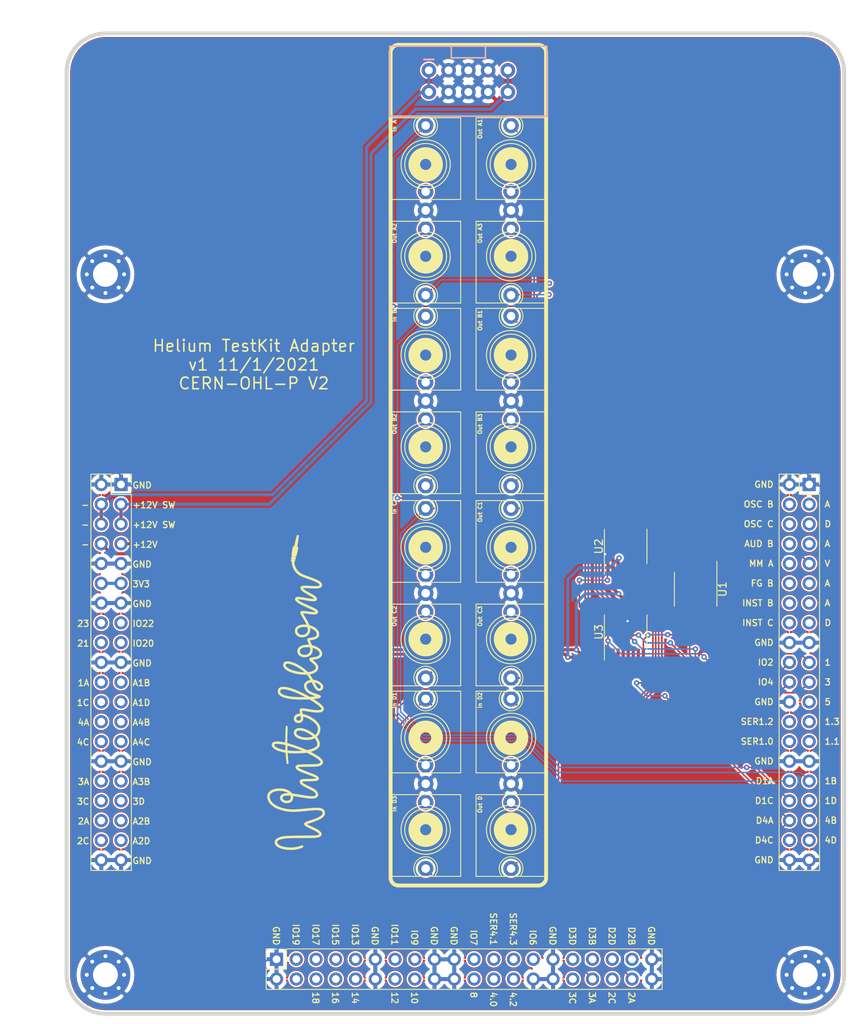
<source format=kicad_pcb>
(kicad_pcb (version 20221018) (generator pcbnew)
  (title_block (title "Helium") (date "2021-10-05") (rev "v2") (company "Winterbloom") (comment 1 "Alethea Flowers") (comment 2 "CERN-OHL-P V2") (comment 3 "helium.wntr.dev"))
  (layers (0 "F.Cu" signal) (31 "B.Cu" signal) (34 "B.Paste" user) (35 "F.Paste" user) (36 "B.SilkS" user "B.Silkscreen") (37 "F.SilkS" user "F.Silkscreen") (38 "B.Mask" user) (39 "F.Mask" user) (44 "Edge.Cuts" user))
  (net 0 "")
  (net 1 "+12V")
  (net 2 "-12V")
  (net 3 "+3V3")
  (net 4 "GND")
  (net 5 "SERIAL1.3")
  (net 6 "SERIAL1.2")
  (net 7 "SERIAL1.1")
  (net 8 "SERIAL1.0")
  (net 9 "+12VDOWNSTREAM")
  (net 10 "-12VDOWNSTREAM")
  (net 11 "/DAC_4D")
  (net 12 "/DAC_2D")
  (net 13 "/DAC_4C")
  (net 14 "/DAC_2C")
  (net 15 "/DAC_4B")
  (net 16 "/DAC_2B")
  (net 17 "/DAC_4A")
  (net 18 "/DAC_2A")
  (net 19 "/DAC_3D")
  (net 20 "/DAC_1D")
  (net 21 "/DAC_3C")
  (net 22 "/DAC_1C")
  (net 23 "/DAC_3B")
  (net 24 "/DAC_1B")
  (net 25 "/DAC_3A")
  (net 26 "/DAC_1A")
  (net 27 "SERIAL4.3")
  (net 28 "SERIAL4.2")
  (net 29 "SERIAL4.1")
  (net 30 "SERIAL4.0")
  (net 31 "/EXT_FG_B")
  (net 32 "/EXT_FG_A")
  (net 33 "/EXT_MM_A")
  (net 34 "/EXT_MM_V")
  (net 35 "/EXT_AUDIO_B")
  (net 36 "/EXT_AUDIO_A")
  (net 37 "/EXT_OSC_C")
  (net 38 "/EXT_OSC_D")
  (net 39 "/EXT_OSC_B")
  (net 40 "/EXT_OSC_A")
  (net 41 "/IO5")
  (net 42 "/IO4")
  (net 43 "/IO3")
  (net 44 "/IO2")
  (net 45 "/IO1")
  (net 46 "/ADC_1D")
  (net 47 "/ADC_1C")
  (net 48 "/ADC_1B")
  (net 49 "/ADC_1A")
  (net 50 "/ADC_4A")
  (net 51 "/ADC_4B")
  (net 52 "/ADC_4C")
  (net 53 "/ADC_4D")
  (net 54 "/ADC_2A")
  (net 55 "/ADC_2B")
  (net 56 "/ADC_2C")
  (net 57 "/ADC_2D")
  (net 58 "/ADC_3D")
  (net 59 "/ADC_3C")
  (net 60 "/ADC_3B")
  (net 61 "/ADC_3A")
  (net 62 "/IO6")
  (net 63 "/IO7")
  (net 64 "/IO8")
  (net 65 "/IO9")
  (net 66 "/IO10")
  (net 67 "/IO11")
  (net 68 "/IO12")
  (net 69 "/IO13")
  (net 70 "/IO14")
  (net 71 "/IO15")
  (net 72 "/IO16")
  (net 73 "/IO17")
  (net 74 "/IO18")
  (net 75 "/IO19")
  (net 76 "/IO20")
  (net 77 "/IO21")
  (net 78 "/IO22")
  (net 79 "/IO23")
  (net 80 "/EXT_INST_C")
  (net 81 "/EXT_INST_D")
  (net 82 "/EXT_INST_B")
  (net 83 "/EXT_INST_A")
  (net 84 "Net-(J3-PadTN)")
  (net 85 "Net-(J4-PadTN)")
  (net 86 "Net-(J5-PadTN)")
  (net 87 "Net-(J8-PadTN)")
  (net 88 "Net-(J9-PadTN)")
  (net 89 "Net-(J10-PadTN)")
  (net 90 "Net-(J12-PadTN)")
  (net 91 "Net-(J13-PadTN)")
  (net 92 "Net-(J14-PadTN)")
  (net 93 "Net-(J15-PadTN)")
  (net 94 "Net-(J17-PadTN)")
  (net 95 "Net-(BB2-Pad4)")
  (net 96 "Net-(J2-PadTN)")
  (net 97 "Net-(J7-PadTN)")
  (net 98 "Net-(J18-PadTN)")
  (net 99 "Net-(J19-PadTN)")
  (net 100 "Net-(J20-PadTN)")
  (net 101 "/OutA1")
  (net 102 "/OutA2")
  (net 103 "/OutA3")
  (net 104 "/OutB1")
  (net 105 "/OutB2")
  (net 106 "/OutB3")
  (net 107 "/OutC1")
  (net 108 "/OutC2")
  (net 109 "/OutC3")
  (net 110 "/OutD")
  (net 111 "Net-(U1-Pad10)")
  (net 112 "Net-(U1-Pad4)")
  (footprint "Connector_PinSocket_2.54mm:PinSocket_2x20_P2.54mm_Vertical" (layer "F.Cu") (at 82 81)
    (fp_text reference "BB1" hide)
    (fp_text value "Left" hide)
  )
  (footprint "Connector_PinSocket_2.54mm:PinSocket_2x20_P2.54mm_Vertical" (layer "F.Cu") (at 170.5 81)
    (fp_text reference "BB3" hide)
    (fp_text value "Right" hide)
  )
  (footprint "Connector_PinSocket_2.54mm:PinSocket_2x20_P2.54mm_Vertical" (layer "F.Cu") (at 102 142 90)
    (fp_text reference "BB2" hide)
    (fp_text value "Bottom" hide)
  )
  (footprint "winterbloom:WQP-WQP518MA-skinny" (layer "F.Cu") (at 132.16 39.88)
    (fp_text reference "J3" hide)
    (fp_text value "Out A1")
  )
  (footprint "winterbloom:WQP-WQP518MA-skinny" (layer "F.Cu") (at 121.18 51.68 180)
    (fp_text reference "J4" hide)
    (fp_text value "Out A2")
  )
  (footprint "winterbloom:WQP-WQP518MA-skinny" (layer "F.Cu") (at 132.16 51.68 180)
    (fp_text reference "J5" hide)
    (fp_text value "Out A3")
  )
  (footprint "winterbloom:WQP-WQP518MA-skinny" (layer "F.Cu") (at 121.18 64.37)
    (fp_text reference "J7" hide)
    (fp_text value "In B")
  )
  (footprint "winterbloom:WQP-WQP518MA-skinny" (layer "F.Cu") (at 121.18 76.17 180)
    (fp_text reference "J9" hide)
    (fp_text value "Out B2")
  )
  (footprint "winterbloom:WQP-WQP518MA-skinny" (layer "F.Cu") (at 132.16 76.17 180)
    (fp_text reference "J10" hide)
    (fp_text value "Out B3")
  )
  (footprint "winterbloom:WQP-WQP518MA-skinny" (layer "F.Cu") (at 121.18 39.88)
    (fp_text reference "J2" hide)
    (fp_text value "In A")
  )
  (footprint "winterbloom:WQP-WQP518MA-skinny" (layer "F.Cu") (at 132.16 64.37)
    (fp_text reference "J8" hide)
    (fp_text value "Out B1")
  )
  (footprint "winterbloom:WQP-WQP518MA-skinny" (layer "F.Cu") (at 121.18 89.07)
    (fp_text reference "J12" hide)
    (fp_text value "In C")
  )
  (footprint "winterbloom:WQP-WQP518MA-skinny" (layer "F.Cu") (at 132.16 89.07)
    (fp_text reference "J13" hide)
    (fp_text value "Out C1")
  )
  (footprint "winterbloom:WQP-WQP518MA-skinny" (layer "F.Cu") (at 132.16 100.87 180)
    (fp_text reference "J15" hide)
    (fp_text value "Out C3")
  )
  (footprint "winterbloom:WQP-WQP518MA-skinny" (layer "F.Cu") (at 121.18 100.87 180)
    (fp_text reference "J14" hide)
    (fp_text value "Out C2")
  )
  (footprint "winterbloom:WQP-WQP518MA-skinny" (layer "F.Cu") (at 132.16 125.35 180)
    (fp_text reference "J17" hide)
    (fp_text value "Out D")
  )
  (footprint "winterbloom:WQP-WQP518MA-skinny" (layer "F.Cu") (at 121.18 113.55)
    (fp_text reference "J18" hide)
    (fp_text value "In D1")
  )
  (footprint "winterbloom:WQP-WQP518MA-skinny" (layer "F.Cu") (at 132.16 113.55)
    (fp_text reference "J19" hide)
    (fp_text value "In D2")
  )
  (footprint "winterbloom:WQP-WQP518MA-skinny" (layer "F.Cu") (at 121.18 125.35 180)
    (fp_text reference "J20" hide)
    (fp_text value "In D3")
  )
  (footprint "Package_SO:TSSOP-16_4.4x5mm_P0.65mm" (layer "F.Cu") (at 155.9 94.45 -90)
    (fp_text reference "U1")
    (fp_text value "MUX508")
  )
  (footprint "Package_SO:TSSOP-16_4.4x5mm_P0.65mm" (layer "F.Cu") (at 146.9 88.95 90)
    (fp_text reference "U2")
    (fp_text value "MUX508")
  )
  (footprint "Package_SO:TSSOP-16_4.4x5mm_P0.65mm" (layer "F.Cu") (at 146.9 99.95 90)
    (fp_text reference "U3")
    (fp_text value "MUX508")
  )
  (footprint "MountingHole:MountingHole_3.2mm_M3_Pad_Via" (layer "F.Cu") (at 80 54)
    (fp_text reference "H1" hide)
    (fp_text value "M3" hide)
  )
  (footprint "MountingHole:MountingHole_3.2mm_M3_Pad_Via" (layer "F.Cu") (at 80 144)
    (fp_text reference "H2" hide)
    (fp_text value "M3" hide)
  )
  (footprint "MountingHole:MountingHole_3.2mm_M3_Pad_Via" (layer "F.Cu") (at 170 54)
    (fp_text reference "H3" hide)
    (fp_text value "M3" hide)
  )
  (footprint "MountingHole:MountingHole_3.2mm_M3_Pad_Via" (layer "F.Cu") (at 170 144)
    (fp_text reference "H4" hide)
    (fp_text value "M3" hide)
  )
  (footprint "winterbloom:Extra_Long_Wiggly_Boi_40mm" (layer "F.Cu") (at 104.52 107.72 90)
    (fp_text reference "G***" hide)
    (fp_text value "LOGO" hide)
  )
  (footprint "winterbloom:Eurorack_Power" (layer "B.Cu") (at 126.67 29.17)
    (fp_text reference "J1" hide)
    (fp_text value "Power" hide)
  )
  (gr_line (start 116.67 131.52) (end 116.67 25.52) (stroke (width 0.5)) (layer "F.SilkS"))
  (gr_line (start 135.67 132.52) (end 117.67 132.52) (stroke (width 0.5)) (layer "F.SilkS"))
  (gr_line (start 117.67 24.52) (end 135.67 24.52) (stroke (width 0.5)) (layer "F.SilkS"))
  (gr_line (start 136.67 25.52) (end 136.67 131.52) (stroke (width 0.5)) (layer "F.SilkS"))
  (gr_arc (start 116.67 25.52) (mid 116.962893 24.812893) (end 117.67 24.52) (stroke (width 0.5)) (layer "F.SilkS"))
  (gr_arc (start 135.67 24.52) (mid 136.377107 24.812893) (end 136.67 25.52) (stroke (width 0.5)) (layer "F.SilkS"))
  (gr_arc (start 136.67 131.52) (mid 136.377107 132.227107) (end 135.67 132.52) (stroke (width 0.5)) (layer "F.SilkS"))
  (gr_arc (start 117.67 132.52) (mid 116.962893 132.227107) (end 116.67 131.52) (stroke (width 0.5)) (layer "F.SilkS"))
  (gr_line (start 75 144) (end 75 28.05) (stroke (width 0.5)) (layer "Edge.Cuts"))
  (gr_line (start 80 23.05) (end 170 23.05) (stroke (width 0.5)) (layer "Edge.Cuts"))
  (gr_arc (start 170 23.05) (mid 173.535534 24.514466) (end 175 28.05) (stroke (width 0.5)) (layer "Edge.Cuts"))
  (gr_line (start 170 149) (end 80 149) (stroke (width 0.5)) (layer "Edge.Cuts"))
  (gr_arc (start 175 144) (mid 173.535534 147.535534) (end 170 149) (stroke (width 0.5)) (layer "Edge.Cuts"))
  (gr_arc (start 80 149) (mid 76.464466 147.535534) (end 75 144) (stroke (width 0.5)) (layer "Edge.Cuts"))
  (gr_arc (start 75 28.05) (mid 76.464466 24.514466) (end 80 23.05) (stroke (width 0.5)) (layer "Edge.Cuts"))
  (gr_line (start 175 28.05) (end 175 144) (stroke (width 0.5)) (layer "Edge.Cuts"))
  (gr_text "GND" (at 166 81) (layer "F.SilkS") (effects (font (size 0.8 0.8)) (justify right)))
  (gr_text "OSC B" (at 166 83.539473) (layer "F.SilkS") (effects (font (size 0.8 0.8)) (justify right)))
  (gr_text "A" (at 172.4 83.539473) (layer "F.SilkS") (effects (font (size 0.8 0.8)) (justify left)))
  (gr_text "OSC C" (at 166 86.078946) (layer "F.SilkS") (effects (font (size 0.8 0.8)) (justify right)))
  (gr_text "D" (at 172.4 86.078946) (layer "F.SilkS") (effects (font (size 0.8 0.8)) (justify left)))
  (gr_text "AUD B" (at 166 88.618419) (layer "F.SilkS") (effects (font (size 0.8 0.8)) (justify right)))
  (gr_text "A" (at 172.4 88.618419) (layer "F.SilkS") (effects (font (size 0.8 0.8)) (justify left)))
  (gr_text "MM A" (at 166 91.157892) (layer "F.SilkS") (effects (font (size 0.8 0.8)) (justify right)))
  (gr_text "V" (at 172.4 91.157892) (layer "F.SilkS") (effects (font (size 0.8 0.8)) (justify left)))
  (gr_text "FG B" (at 166 93.697365) (layer "F.SilkS") (effects (font (size 0.8 0.8)) (justify right)))
  (gr_text "INST B" (at 166 96.236838) (layer "F.SilkS") (effects (font (size 0.8 0.8)) (justify right)))
  (gr_text "INST C" (at 166 98.776311) (layer "F.SilkS") (effects (font (size 0.8 0.8)) (justify right)))
  (gr_text "GND" (at 166 101.315784) (layer "F.SilkS") (effects (font (size 0.8 0.8)) (justify right)))
  (gr_text "IO2" (at 166 103.855257) (layer "F.SilkS") (effects (font (size 0.8 0.8)) (justify right)))
  (gr_text "IO4" (at 166 106.39473) (layer "F.SilkS") (effects (font (size 0.8 0.8)) (justify right)))
  (gr_text "GND" (at 166 108.934203) (layer "F.SilkS") (effects (font (size 0.8 0.8)) (justify right)))
  (gr_text "SER1.2" (at 166 111.473676) (layer "F.SilkS") (effects (font (size 0.8 0.8)) (justify right)))
  (gr_text "SER1.0" (at 166 114.013149) (layer "F.SilkS") (effects (font (size 0.8 0.8)) (justify right)))
  (gr_text "GND" (at 166 116.552622) (layer "F.SilkS") (effects (font (size 0.8 0.8)) (justify right)))
  (gr_text "D1A" (at 166 119.092095) (layer "F.SilkS") (effects (font (size 0.8 0.8)) (justify right)))
  (gr_text "D1C" (at 166 121.631568) (layer "F.SilkS") (effects (font (size 0.8 0.8)) (justify right)))
  (gr_text "D4A" (at 166 124.171041) (layer "F.SilkS") (effects (font (size 0.8 0.8)) (justify right)))
  (gr_text "D4C" (at 166 126.710514) (layer "F.SilkS") (effects (font (size 0.8 0.8)) (justify right)))
  (gr_text "A" (at 172.4 93.697365) (layer "F.SilkS") (effects (font (size 0.8 0.8)) (justify left)))
  (gr_text "A" (at 172.4 96.236838) (layer "F.SilkS") (effects (font (size 0.8 0.8)) (justify left)))
  (gr_text "D" (at 172.4 98.776311) (layer "F.SilkS") (effects (font (size 0.8 0.8)) (justify left)))
  (gr_text "1" (at 172.4 103.855257) (layer "F.SilkS") (effects (font (size 0.8 0.8)) (justify left)))
  (gr_text "3" (at 172.4 106.39473) (layer "F.SilkS") (effects (font (size 0.8 0.8)) (justify left)))
  (gr_text "5" (at 172.4 108.934203) (layer "F.SilkS") (effects (font (size 0.8 0.8)) (justify left)))
  (gr_text "1.3" (at 172.4 111.473676) (layer "F.SilkS") (effects (font (size 0.8 0.8)) (justify left)))
  (gr_text "1.1" (at 172.4 114.013149) (layer "F.SilkS") (effects (font (size 0.8 0.8)) (justify left)))
  (gr_text "1B" (at 172.4 119.092095) (layer "F.SilkS") (effects (font (size 0.8 0.8)) (justify left)))
  (gr_text "1D" (at 172.4 121.631568) (layer "F.SilkS") (effects (font (size 0.8 0.8)) (justify left)))
  (gr_text "4B" (at 172.4 124.171041) (layer "F.SilkS") (effects (font (size 0.8 0.8)) (justify left)))
  (gr_text "4D" (at 172.4 126.710514) (layer "F.SilkS") (effects (font (size 0.8 0.8)) (justify left)))
  (gr_text "GND" (at 166 129.25) (layer "F.SilkS") (effects (font (size 0.8 0.8)) (justify right)))
  (gr_text "D3D" (at 140.042108 140.3 -90) (layer "F.SilkS") (effects (font (size 0.8 0.8)) (justify right)))
  (gr_text "D2B" (at 147.660527 140.3 -90) (layer "F.SilkS") (effects (font (size 0.8 0.8)) (justify right)))
  (gr_text "GND" (at 150.2 140.3 270) (layer "F.SilkS") (effects (font (size 0.8 0.8)) (justify right)))
  (gr_text "D3B" (at 142.581581 140.3 -90) (layer "F.SilkS") (effects (font (size 0.8 0.8)) (justify right)))
  (gr_text "D2D" (at 145.121054 140.3 -90) (layer "F.SilkS") (effects (font (size 0.8 0.8)) (justify right)))
  (gr_text "GND" (at 124.80527 140.3 -90) (layer "F.SilkS") (effects (font (size 0.8 0.8)) (justify right)))
  (gr_text "GND" (at 122.265797 140.3 270) (layer "F.SilkS") (effects (font (size 0.8 0.8)) (justify right)))
  (gr_text "GND" (at 137.502635 140.3 -90) (layer "F.SilkS") (effects (font (size 0.8 0.8)) (justify right)))
  (gr_text "IO6" (at 134.963162 140.3 -90) (layer "F.SilkS") (effects (font (size 0.8 0.8)) (justify right)))
  (gr_text "IO7" (at 127.344743 140.3 -90) (layer "F.SilkS") (effects (font (size 0.8 0.8)) (justify right)))
  (gr_text "SER4.1" (at 129.884216 140.3 -90) (layer "F.SilkS") (effects (font (size 0.8 0.8)) (justify right)))
  (gr_text "IO11" (at 117.186851 140.3 -90) (layer "F.SilkS") (effects (font (size 0.8 0.8)) (justify right)))
  (gr_text "IO19" (at 104.489486 140.3 -90) (layer "F.SilkS") (effects (font (size 0.8 0.8)) (justify right)))
  (gr_text "GND" (at 114.647378 140.3 270) (layer "F.SilkS") (effects (font (size 0.8 0.8)) (justify right)))
  (gr_text "IO13" (at 112.107905 140.3 -90) (layer "F.SilkS") (effects (font (size 0.8 0.8)) (justify right)))
  (gr_text "SER4.3" (at 132.423689 140.3 -90) (layer "F.SilkS") (effects (font (size 0.8 0.8)) (justify right)))
  (gr_text "IO17" (at 107.028959 140.3 -90) (layer "F.SilkS") (effects (font (size 0.8 0.8)) (justify right)))
  (gr_text "GND" (at 101.95 140.3 270) (layer "F.SilkS") (effects (font (size 0.8 0.8)) (justify right)))
  (gr_text "IO15" (at 109.568432 140.3 -90) (layer "F.SilkS") (effects (font (size 0.8 0.8)) (justify right)))
  (gr_text "IO9" (at 119.726324 140.3 -90) (layer "F.SilkS") (effects (font (size 0.8 0.8)) (justify right)))
  (gr_text "3C" (at 140.042108 146.1 -90) (layer "F.SilkS") (effects (font (size 0.8 0.8)) (justify left)))
  (gr_text "2A" (at 147.660527 146.1 -90) (layer "F.SilkS") (effects (font (size 0.8 0.8)) (justify left)))
  (gr_text "4.0" (at 129.884216 146.1 -90) (layer "F.SilkS") (effects (font (size 0.8 0.8)) (justify left)))
  (gr_text "16" (at 109.568432 146.1 -90) (layer "F.SilkS") (effects (font (size 0.8 0.8)) (justify left)))
  (gr_text "14" (at 112.107905 146.1 -90) (layer "F.SilkS") (effects (font (size 0.8 0.8)) (justify left)))
  (gr_text "18" (at 107.028959 146.1 -90) (layer "F.SilkS") (effects (font (size 0.8 0.8)) (justify left)))
  (gr_text "4.2" (at 132.423689 146.1 -90) (layer "F.SilkS") (effects (font (size 0.8 0.8)) (justify left)))
  (gr_text "8" (at 127.344743 146.1 -90) (layer "F.SilkS") (effects (font (size 0.8 0.8)) (justify left)))
  (gr_text "12" (at 117.186851 146.1 -90) (layer "F.SilkS") (effects (font (size 0.8 0.8)) (justify left)))
  (gr_text "10" (at 119.726324 146.1 -90) (layer "F.SilkS") (effects (font (size 0.8 0.8)) (justify left)))
  (gr_text "3A" (at 142.581581 146.1 -90) (layer "F.SilkS") (effects (font (size 0.8 0.8)) (justify left)))
  (gr_text "2C" (at 145.121054 146.1 -90) (layer "F.SilkS") (effects (font (size 0.8 0.8)) (justify left)))
  (gr_text "21" (at 78 101.415784) (layer "F.SilkS") (effects (font (size 0.8 0.8)) (justify right)))
  (gr_text "3C" (at 78 121.731568) (layer "F.SilkS") (effects (font (size 0.8 0.8)) (justify right)))
  (gr_text "3A" (at 78 119.192095) (layer "F.SilkS") (effects (font (size 0.8 0.8)) (justify right)))
  (gr_text "2A" (at 78 124.271041) (layer "F.SilkS") (effects (font (size 0.8 0.8)) (justify right)))
  (gr_text "2C" (at 78 126.810514) (layer "F.SilkS") (effects (font (size 0.8 0.8)) (justify right)))
  (gr_text "23" (at 78 98.876311) (layer "F.SilkS") (effects (font (size 0.8 0.8)) (justify right)))
  (gr_text "4C" (at 78 114.113149) (layer "F.SilkS") (effects (font (size 0.8 0.8)) (justify right)))
  (gr_text "4A" (at 78 111.573676) (layer "F.SilkS") (effects (font (size 0.8 0.8)) (justify right)))
  (gr_text "1C" (at 78 109.034203) (layer "F.SilkS") (effects (font (size 0.8 0.8)) (justify right)))
  (gr_text "1A" (at 78 106.49473) (layer "F.SilkS") (effects (font (size 0.8 0.8)) (justify right)))
  (gr_text "3V3" (at 83.4 93.797365) (layer "F.SilkS") (effects (font (size 0.8 0.8)) (justify left)))
  (gr_text "IO20" (at 83.4 101.415784) (layer "F.SilkS") (effects (font (size 0.8 0.8)) (justify left)))
  (gr_text "3D" (at 83.4 121.731568) (layer "F.SilkS") (effects (font (size 0.8 0.8)) (justify left)))
  (gr_text "A3B" (at 83.4 119.192095) (layer "F.SilkS") (effects (font (size 0.8 0.8)) (justify left)))
  (gr_text "A2B" (at 83.4 124.271041) (layer "F.SilkS") (effects (font (size 0.8 0.8)) (justify left)))
  (gr_text "GND" (at 83.4 103.955257) (layer "F.SilkS") (effects (font (size 0.8 0.8)) (justify left)))
  (gr_text "GND" (at 83.4 116.652622) (layer "F.SilkS") (effects (font (size 0.8 0.8)) (justify left)))
  (gr_text "GND" (at 83.4 129.35) (layer "F.SilkS") (effects (font (size 0.8 0.8)) (justify left)))
  (gr_text "A4C" (at 83.4 114.113149) (layer "F.SilkS") (effects (font (size 0.8 0.8)) (justify left)))
  (gr_text "A4B" (at 83.4 111.573676) (layer "F.SilkS") (effects (font (size 0.8 0.8)) (justify left)))
  (gr_text "+12V SW" (at 83.4 86.178946) (layer "F.SilkS") (effects (font (size 0.8 0.8)) (justify left)))
  (gr_text "+12V" (at 83.4 88.718419) (layer "F.SilkS") (effects (font (size 0.8 0.8)) (justify left)))
  (gr_text "A1B" (at 83.4 106.49473) (layer "F.SilkS") (effects (font (size 0.8 0.8)) (justify left)))
  (gr_text "A1D" (at 83.4 109.034203) (layer "F.SilkS") (effects (font (size 0.8 0.8)) (justify left)))
  (gr_text "A2D" (at 83.4 126.810514) (layer "F.SilkS") (effects (font (size 0.8 0.8)) (justify left)))
  (gr_text "IO22" (at 83.4 98.876311) (layer "F.SilkS") (effects (font (size 0.8 0.8)) (justify left)))
  (gr_text "GND" (at 83.4 96.336838) (layer "F.SilkS") (effects (font (size 0.8 0.8)) (justify left)))
  (gr_text "+12V SW" (at 83.4 83.639473) (layer "F.SilkS") (effects (font (size 0.8 0.8)) (justify left)))
  (gr_text "GND" (at 83.4 91.257892) (layer "F.SilkS") (effects (font (size 0.8 0.8)) (justify left)))
  (gr_text "GND" (at 83.4 81.1) (layer "F.SilkS") (effects (font (size 0.8 0.8)) (justify left)))
  (gr_text "-" (at 78 83.619473) (layer "F.SilkS") (effects (font (size 0.8 0.8)) (justify right)))
  (gr_text "-" (at 78 88.698419) (layer "F.SilkS") (effects (font (size 0.8 0.8)) (justify right)))
  (gr_text "-" (at 78 86.158946) (layer "F.SilkS") (effects (font (size 0.8 0.8)) (justify right)))
  (gr_text "Helium TestKit Adapter\nv1 11/1/2021\nCERN-OHL-P V2" (at 99.08 65.6) (layer "F.SilkS") (effects (font (size 1.5 1.5) (thickness 0.2))))
  (segment (start 145.275 91.8125) (end 145.275 89.025) (width 0.4) (layer "F.Cu") (net 1))
  (segment (start 146 95.1) (end 146 95.05) (width 0.4) (layer "F.Cu") (net 1))
  (segment (start 145.275 94.375) (end 145.275 92.775) (width 0.4) (layer "F.Cu") (net 1))
  (segment (start 156.225 97.3125) (end 156.225 94.075) (width 0.4) (layer "F.Cu") (net 1))
  (segment (start 145.275 89.025) (end 146.575 87.725) (width 0.4) (layer "F.Cu") (net 1))
  (segment (start 96.81207 102.229989) (end 140.563894 102.229989) (width 0.4) (layer "F.Cu") (net 1))
  (segment (start 140.563894 102.229989) (end 142.413894 104.079989) (width 0.4) (layer "F.Cu") (net 1))
  (segment (start 146.575 95.675) (end 146 95.1) (width 0.4) (layer "F.Cu") (net 1))
  (segment (start 156.225 94.075) (end 157.525 92.775) (width 0.4) (layer "F.Cu") (net 1))
  (segment (start 151.1 94.4) (end 155.9 94.4) (width 0.4) (layer "F.Cu") (net 1))
  (segment (start 144.913895 104.079989) (end 145.275 103.718884) (width 0.4) (layer "F.Cu") (net 1))
  (segment (start 146.1 93.75) (end 150.45 93.75) (width 0.4) (layer "F.Cu") (net 1))
  (segment (start 82 88.62) (end 83.202081 88.62) (width 0.4) (layer "F.Cu") (net 1))
  (segment (start 155.9 94.4) (end 156.225 94.075) (width 0.4) (layer "F.Cu") (net 1))
  (segment (start 157.525 92.775) (end 157.525 91.5875) (width 0.4) (layer "F.Cu") (net 1))
  (segment (start 145.275 92.775) (end 145.275 91.8125) (width 0.4) (layer "F.Cu") (net 1))
  (segment (start 150.45 93.75) (end 151.1 94.4) (width 0.4) (layer "F.Cu") (net 1))
  (segment (start 146.575 97.0875) (end 146.575 95.675) (width 0.4) (layer "F.Cu") (net 1))
  (segment (start 145.275 92.775) (end 145.275 92.925) (width 0.4) (layer "F.Cu") (net 1))
  (segment (start 145.275 92.925) (end 146.1 93.75) (width 0.4) (layer "F.Cu") (net 1))
  (segment (start 146.575 87.725) (end 146.575 86.0875) (width 0.4) (layer "F.Cu") (net 1))
  (segment (start 146 95.05) (end 145.275 94.375) (width 0.4) (layer "F.Cu") (net 1))
  (segment (start 142.413894 104.079989) (end 144.913895 104.079989) (width 0.4) (layer "F.Cu") (net 1))
  (segment (start 83.202081 88.62) (end 96.81207 102.229989) (width 0.4) (layer "F.Cu") (net 1))
  (segment (start 145.275 103.718884) (end 145.275 102.8125) (width 0.4) (layer "F.Cu") (net 1))
  (via (at 140.563894 102.229989) (size 0.7) (drill 0.3) (layers "F.Cu" "B.Cu") (net 1))
  (via (at 146 95.05) (size 0.7) (drill 0.3) (layers "F.Cu" "B.Cu") (net 1))
  (segment (start 146 95.05) (end 141.7 95.05) (width 0.4) (layer "B.Cu") (net 1))
  (segment (start 140.563894 96.186106) (end 140.563894 102.229989) (width 0.4) (layer "B.Cu") (net 1))
  (segment (start 141.7 95.05) (end 140.563894 96.186106) (width 0.4) (layer "B.Cu") (net 1))
  (segment (start 154.7 93) (end 156.214696 93) (width 0.4) (layer "F.Cu") (net 2))
  (segment (start 145.925 102.8125) (end 145.925 103.875) (width 0.4) (layer "F.Cu") (net 2))
  (segment (start 145.925 91.8125) (end 145.925 92.564696) (width 0.4) (layer "F.Cu") (net 2))
  (segment (start 145.925 92.564696) (end 146.410304 93.05) (width 0.4) (layer "F.Cu") (net 2))
  (segment (start 156.875 92.339696) (end 156.875 91.5875) (width 0.4) (layer "F.Cu") (net 2))
  (segment (start 156.214696 93) (end 156.875 92.339696) (width 0.4) (layer "F.Cu") (net 2))
  (segment (start 140.468302 103.2) (end 140.984151 103.715849) (width 0.4) (layer "F.Cu") (net 2))
  (segment (start 83.6 89.9) (end 80.74 89.9) (width 0.4) (layer "F.Cu") (net 2))
  (segment (start 150.7 93.05) (end 151.4 93.75) (width 0.4) (layer "F.Cu") (net 2))
  (segment (start 145.925 90.575) (end 146.05 90.45) (width 0.4) (layer "F.Cu") (net 2))
  (segment (start 138.05 102.8) (end 96.5 102.8) (width 0.4) (layer "F.Cu") (net 2))
  (segment (start 146.410304 93.05) (end 150.7 93.05) (width 0.4) (layer "F.Cu") (net 2))
  (segment (start 151.4 93.75) (end 153.95 93.75) (width 0.4) (layer "F.Cu") (net 2))
  (segment (start 145.925 103.875) (end 145 104.8) (width 0.4) (layer "F.Cu") (net 2))
  (segment (start 145 104.8) (end 142.068303 104.8) (width 0.4) (layer "F.Cu") (net 2))
  (segment (start 139.45 103.2) (end 140.468302 103.2) (width 0.4) (layer "F.Cu") (net 2))
  (segment (start 145.925 91.8125) (end 145.925 90.575) (width 0.4) (layer "F.Cu") (net 2))
  (segment (start 142.068303 104.8) (end 140.984151 103.715849) (width 0.4) (layer "F.Cu") (net 2))
  (segment (start 153.95 93.75) (end 154.7 93) (width 0.4) (layer "F.Cu") (net 2))
  (segment (start 138.05 102.8) (end 139.05 102.8) (width 0.4) (layer "F.Cu") (net 2))
  (segment (start 96.5 102.8) (end 83.6 89.9) (width 0.4) (layer "F.Cu") (net 2))
  (segment (start 80.74 89.9) (end 79.46 88.62) (width 0.4) (layer "F.Cu") (net 2))
  (segment (start 139.05 102.8) (end 139.45 103.2) (width 0.4) (layer "F.Cu") (net 2))
  (via (at 139.45 103.2) (size 0.7) (drill 0.3) (layers "F.Cu" "B.Cu") (net 2))
  (via (at 146.05 90.45) (size 0.7) (drill 0.3) (layers "F.Cu" "B.Cu") (net 2))
  (segment (start 146.05 90.45) (end 144.8 91.7) (width 0.4) (layer "B.Cu") (net 2))
  (segment (start 144.8 91.7) (end 140.95 91.7) (width 0.4) (layer "B.Cu") (net 2))
  (segment (start 139.45 93.2) (end 139.45 103.2) (width 0.4) (layer "B.Cu") (net 2))
  (segment (start 140.95 91.7) (end 139.45 93.2) (width 0.4) (layer "B.Cu") (net 2))
  (segment (start 79.46 93.7) (end 82 93.7) (width 0.4) (layer "B.Cu") (net 3))
  (via (at 147.15 98.55) (size 0.7) (drill 0.3) (layers "F.Cu" "B.Cu") (net 4))
  (via (at 144.25 89.95) (size 0.7) (drill 0.3) (layers "F.Cu" "B.Cu") (net 4))
  (segment (start 82 86.08) (end 82 83.54) (width 0.4) (layer "F.Cu") (net 9))
  (segment (start 119.875 32.775) (end 129.552 32.775) (width 0.4) (layer "B.Cu") (net 9))
  (segment (start 129.552 32.775) (end 131.75 30.577) (width 0.4) (layer "B.Cu") (net 9))
  (segment (start 114.145011 70.461106) (end 114.145011 38.504989) (width 0.4) (layer "B.Cu") (net 9))
  (segment (start 114.145011 38.504989) (end 119.875 32.775) (width 0.4) (layer "B.Cu") (net 9))
  (segment (start 101.066117 83.54) (end 114.145011 70.461106) (width 0.4) (layer "B.Cu") (net 9))
  (segment (start 131.75 30.577) (end 131.75 27.783) (width 0.4) (layer "B.Cu") (net 9))
  (segment (start 82 83.54) (end 101.066117 83.54) (width 0.4) (layer "B.Cu") (net 9))
  (segment (start 79.46 83.54) (end 79.46 86.08) (width 0.4) (layer "F.Cu") (net 10))
  (segment (start 113.575 37.65) (end 113.575 70.225) (width 0.4) (layer "B.Cu") (net 10))
  (segment (start 121.59 30.577) (end 120.648 30.577) (width 0.4) (layer "B.Cu") (net 10))
  (segment (start 80.680001 82.319999) (end 79.46 83.54) (width 0.4) (layer "B.Cu") (net 10))
  (segment (start 121.59 27.783) (end 121.59 30.577) (width 0.4) (layer "B.Cu") (net 10))
  (segment (start 113.575 70.225) (end 101.480001 82.319999) (width 0.4) (layer "B.Cu") (net 10))
  (segment (start 101.480001 82.319999) (end 80.680001 82.319999) (width 0.4) (layer "B.Cu") (net 10))
  (segment (start 120.648 30.577) (end 113.575 37.65) (width 0.4) (layer "B.Cu") (net 10))
  (segment (start 149.175 97.0875) (end 149.175 96.125) (width 0.2) (layer "F.Cu") (net 17))
  (segment (start 149.25 96.05) (end 150 96.05) (width 0.2) (layer "F.Cu") (net 17))
  (segment (start 150.4 96.45) (end 150.4 106.05) (width 0.2) (layer "F.Cu") (net 17))
  (segment (start 167.96 124.18) (end 151.95 108.17) (width 0.2) (layer "F.Cu") (net 17))
  (segment (start 158.17 133.97) (end 167.96 124.18) (width 0.2) (layer "F.Cu") (net 17))
  (segment (start 124.8 133.97) (end 158.17 133.97) (width 0.2) (layer "F.Cu") (net 17))
  (segment (start 149.95 106.5) (end 150.4 106.05) (width 0.2) (layer "F.Cu") (net 17))
  (segment (start 148.3 106.5) (end 149.95 106.5) (width 0.2) (layer "F.Cu") (net 17))
  (segment (start 149.175 96.125) (end 149.25 96.05) (width 0.2) (layer "F.Cu") (net 17))
  (segment (start 151.95 108.17) (end 151.95 108.15) (width 0.2) (layer "F.Cu") (net 17))
  (segment (start 121.18 130.35) (end 124.8 133.97) (width 0.2) (layer "F.Cu") (net 17))
  (segment (start 150 96.05) (end 150.4 96.45) (width 0.2) (layer "F.Cu") (net 17))
  (via (at 151.95 108.15) (size 0.7) (drill 0.3) (layers "F.Cu" "B.Cu") (net 17))
  (via (at 148.3 106.5) (size 0.7) (drill 0.3) (layers "F.Cu" "B.Cu") (net 17))
  (segment (start 149.65 108.15) (end 148.3 106.8) (width 0.2) (layer "B.Cu") (net 17))
  (segment (start 151.95 108.15) (end 149.65 108.15) (width 0.2) (layer "B.Cu") (net 17))
  (segment (start 148.3 106.8) (end 148.3 106.5) (width 0.2) (layer "B.Cu") (net 17))
  (segment (start 123.596736 134.47001) (end 122.676726 133.55) (width 0.2) (layer "F.Cu") (net 18))
  (segment (start 122.676726 133.55) (end 120.473274 133.55) (width 0.2) (layer "F.Cu") (net 18))
  (segment (start 118 131.076726) (end 118 111.73) (width 0.2) (layer "F.Cu") (net 18))
  (segment (start 142.77001 134.47001) (end 123.596736 134.47001) (width 0.2) (layer "F.Cu") (net 18))
  (segment (start 147.72 144.54) (end 146.599999 143.419999) (width 0.2) (layer "F.Cu") (net 18))
  (segment (start 146.599999 138.299999) (end 142.77001 134.47001) (width 0.2) (layer "F.Cu") (net 18))
  (segment (start 145.556527 111.940021) (end 151.140022 106.356526) (width 0.2) (layer "F.Cu") (net 18))
  (segment (start 150.226537 95.229989) (end 148.546737 95.229989) (width 0.2) (layer "F.Cu") (net 18))
  (segment (start 121.18 108.55) (end 124.570022 111.940022) (width 0.2) (layer "F.Cu") (net 18))
  (segment (start 147.875 95.901726) (end 147.875 97.0875) (width 0.2) (layer "F.Cu") (net 18))
  (segment (start 124.570022 111.940022) (end 145.556527 111.940021) (width 0.2) (layer "F.Cu") (net 18))
  (segment (start 151.140021 96.143473) (end 150.226537 95.229989) (width 0.2) (layer "F.Cu") (net 18))
  (segment (start 146.599999 143.419999) (end 146.599999 138.299999) (width 0.2) (layer "F.Cu") (net 18))
  (segment (start 118 111.73) (end 121.18 108.55) (width 0.2) (layer "F.Cu") (net 18))
  (segment (start 148.546737 95.229989) (end 147.875 95.901726) (width 0.2) (layer "F.Cu") (net 18))
  (segment (start 151.140022 106.356526) (end 151.140021 96.143473) (width 0.2) (layer "F.Cu") (net 18))
  (segment (start 120.473274 133.55) (end 118 131.076726) (width 0.2) (layer "F.Cu") (net 18))
  (segment (start 121.18 84.07) (end 125.42 84.07) (width 0.2) (layer "F.Cu") (net 22))
  (segment (start 138.75 87.55) (end 141.7 90.5) (width 0.2) (layer "F.Cu") (net 22))
  (segment (start 163.67 117.35) (end 167.96 121.64) (width 0.2) (layer "F.Cu") (net 22))
  (segment (start 141.7 96.55) (end 146.575 101.425) (width 0.2) (layer "F.Cu") (net 22))
  (segment (start 125.42 84.07) (end 128.9 87.55) (width 0.2) (layer "F.Cu") (net 22))
  (segment (start 128.9 87.55) (end 138.75 87.55) (width 0.2) (layer "F.Cu") (net 22))
  (segment (start 146.575 101.425) (end 146.575 102.8125) (width 0.2) (layer "F.Cu") (net 22))
  (segment (start 162.45 117.35) (end 163.67 117.35) (width 0.2) (layer "F.Cu") (net 22))
  (segment (start 141.7 90.5) (end 141.7 96.55) (width 0.2) (layer "F.Cu") (net 22))
  (via (at 162.45 117.35) (size 0.7) (drill 0.3) (layers "F.Cu" "B.Cu") (net 22))
  (segment (start 117.95 87.3) (end 117.95 110.2) (width 0.2) (layer "B.Cu") (net 22))
  (segment (start 134.25 113.2) (end 138.4 117.35) (width 0.2) (layer "B.Cu") (net 22))
  (segment (start 121.18 84.07) (end 117.95 87.3) (width 0.2) (layer "B.Cu") (net 22))
  (segment (start 117.95 110.2) (end 120.95 113.2) (width 0.2) (layer "B.Cu") (net 22))
  (segment (start 120.95 113.2) (end 134.25 113.2) (width 0.2) (layer "B.Cu") (net 22))
  (segment (start 138.4 117.35) (end 162.45 117.35) (width 0.2) (layer "B.Cu") (net 22))
  (segment (start 147.225 86.0875) (end 147.225 85.35) (width 0.2) (layer "F.Cu") (net 24))
  (segment (start 147.225 85.35) (end 144.625 82.75) (width 0.2) (layer "F.Cu") (net 24))
  (segment (start 144.625 82.75) (end 117.55 82.75) (width 0.2) (layer "F.Cu") (net 24))
  (via (at 117.55 82.75) (size 0.7) (drill 0.3) (layers "F.Cu" "B.Cu") (net 24))
  (segment (start 164.070001 117.979999) (end 164.05 118) (width 0.2) (layer "B.Cu") (net 24))
  (segment (start 138.3 118) (end 133.870011 113.570011) (width 0.2) (layer "B.Cu") (net 24))
  (segment (start 170.5 119.1) (end 169.379999 117.979999) (width 0.2) (layer "B.Cu") (net 24))
  (segment (start 164.05 118) (end 138.3 118) (width 0.2) (layer "B.Cu") (net 24))
  (segment (start 117.55 63) (end 121.18 59.37) (width 0.2) (layer "B.Cu") (net 24))
  (segment (start 169.379999 117.979999) (end 164.070001 117.979999) (width 0.2) (layer "B.Cu") (net 24))
  (segment (start 120.796737 113.570011) (end 117.55 110.323274) (width 0.2) (layer "B.Cu") (net 24))
  (segment (start 133.870011 113.570011) (end 120.796737 113.570011) (width 0.2) (layer "B.Cu") (net 24))
  (segment (start 117.55 82.75) (end 117.55 63) (width 0.2) (layer "B.Cu") (net 24))
  (segment (start 117.55 110.323274) (end 117.55 82.75) (width 0.2) (layer "B.Cu") (net 24))
  (segment (start 141.519999 136.319999) (end 140.04002 134.84002) (width 0.2) (layer "F.Cu") (net 25))
  (segment (start 141.519999 143.419999) (end 141.519999 136.319999) (width 0.2) (layer "F.Cu") (net 25))
  (segment (start 148.75 95.6) (end 148.525 95.825) (width 0.2) (layer "F.Cu") (net 25))
  (segment (start 120.070001 107.279999) (end 130.889999 107.279999) (width 0.2) (layer "F.Cu") (net 25))
  (segment (start 150.770011 106.203263) (end 150.770011 96.296737) (width 0.2) (layer "F.Cu") (net 25))
  (segment (start 117.55 109.8) (end 120.070001 107.279999) (width 0.2) (layer "F.Cu") (net 25))
  (segment (start 122.553452 133.95) (end 120.35 133.95) (width 0.2) (layer "F.Cu") (net 25))
  (segment (start 117.55 131.15) (end 117.55 109.8) (width 0.2) (layer "F.Cu") (net 25))
  (segment (start 123.443472 134.84002) (end 122.553452 133.95) (width 0.2) (layer "F.Cu") (net 25))
  (segment (start 140.04002 134.84002) (end 123.443472 134.84002) (width 0.2) (layer "F.Cu") (net 25))
  (segment (start 148.525 95.825) (end 148.525 97.0875) (width 0.2) (layer "F.Cu") (net 25))
  (segment (start 150.073274 95.6) (end 148.75 95.6) (width 0.2) (layer "F.Cu") (net 25))
  (segment (start 145.403263 111.570011) (end 150.770011 106.203263) (width 0.2) (layer "F.Cu") (net 25))
  (segment (start 142.64 144.54) (end 141.519999 143.419999) (width 0.2) (layer "F.Cu") (net 25))
  (segment (start 120.35 133.95) (end 117.55 131.15) (width 0.2) (layer "F.Cu") (net 25))
  (segment (start 150.770011 96.296737) (end 150.073274 95.6) (width 0.2) (layer "F.Cu") (net 25))
  (segment (start 132.16 108.55) (end 135.180011 111.570011) (width 0.2) (layer "F.Cu") (net 25))
  (segment (start 135.180011 111.570011) (end 145.403263 111.570011) (width 0.2) (layer "F.Cu") (net 25))
  (segment (start 130.889999 107.279999) (end 132.16 108.55) (width 0.2) (layer "F.Cu") (net 25))
  (segment (start 151 85.605178) (end 142.394822 77) (width 0.2) (layer "F.Cu") (net 26))
  (segment (start 134.45 69.35) (end 134.45 59.35) (width 0.2) (layer "F.Cu") (net 26))
  (segment (start 149.95 89.35) (end 151 88.3) (width 0.2) (layer "F.Cu") (net 26))
  (segment (start 133.199999 58.099999) (end 117.050001 58.099999) (width 0.2) (layer "F.Cu") (net 26))
  (segment (start 148.3 89.35) (end 149.95 89.35) (width 0.2) (layer "F.Cu") (net 26))
  (segment (start 146.575 91.075) (end 148.3 89.35) (width 0.2) (layer "F.Cu") (net 26))
  (segment (start 146.575 91.8125) (end 146.575 91.075) (width 0.2) (layer "F.Cu") (net 26))
  (segment (start 151 88.3) (end 151 85.605178) (width 0.2) (layer "F.Cu") (net 26))
  (segment (start 142.1 77) (end 134.45 69.35) (width 0.2) (layer "F.Cu") (net 26))
  (segment (start 142.394822 77) (end 142.1 77) (width 0.2) (layer "F.Cu") (net 26))
  (segment (start 117.050001 58.099999) (end 117.029999 58.120001) (width 0.2) (layer "F.Cu") (net 26))
  (segment (start 134.45 59.35) (end 133.199999 58.099999) (width 0.2) (layer "F.Cu") (net 26))
  (via (at 117.029999 58.120001) (size 0.7) (drill 0.3) (layers "F.Cu" "B.Cu") (net 26))
  (segment (start 120.643473 113.940021) (end 117.05 110.346548) (width 0.2) (layer "B.Cu") (net 26))
  (segment (start 116.929999 82.452399) (end 117.029999 82.352399) (width 0.2) (layer "B.Cu") (net 26))
  (segment (start 117.05 83.167602) (end 116.929999 83.047601) (width 0.2) (layer "B.Cu") (net 26))
  (segment (start 117.029999 39.030001) (end 120.180001 35.879999) (width 0.2) (layer "B.Cu") (net 26))
  (segment (start 117.05 110.346548) (end 117.05 83.167602) (width 0.2) (layer "B.Cu") (net 26))
  (segment (start 138.876726 119.1) (end 133.716748 113.940022) (width 0.2) (layer "B.Cu") (net 26))
  (segment (start 117.029999 82.352399) (end 117.029999 58.120001) (width 0.2) (layer "B.Cu") (net 26))
  (segment (start 116.929999 83.047601) (end 116.929999 82.452399) (width 0.2) (layer "B.Cu") (net 26))
  (segment (start 117.029999 58.120001) (end 117.029999 39.030001) (width 0.2) (layer "B.Cu") (net 26))
  (segment (start 167.96 119.1) (end 138.876726 119.1) (width 0.2) (layer "B.Cu") (net 26))
  (segment (start 120.180001 35.879999) (end 121.18 34.88) (width 0.2) (layer "B.Cu") (net 26))
  (segment (start 133.716748 113.940022) (end 120.643473 113.940021) (width 0.2) (layer "B.Cu") (net 26))
  (segment (start 170.5 91.16) (end 169.29 89.95) (width 0.2) (layer "F.Cu") (net 34))
  (segment (start 153.625 90.976724) (end 153.625 91.5875) (width 0.2) (layer "F.Cu") (net 34))
  (segment (start 169.29 89.95) (end 154.651724 89.95) (width 0.2) (layer "F.Cu") (net 34))
  (segment (start 154.651724 89.95) (end 153.625 90.976724) (width 0.2) (layer "F.Cu") (net 34))
  (segment (start 159.476725 107.249999) (end 155.12999 102.903264) (width 0.2) (layer "F.Cu") (net 42))
  (segment (start 155.12999 100.44501) (end 157.525 98.05) (width 0.2) (layer "F.Cu") (net 42))
  (segment (start 167.96 106.4) (end 167.110001 107.249999) (width 0.2) (layer "F.Cu") (net 42))
  (segment (start 155.12999 102.903264) (end 155.12999 100.44501) (width 0.2) (layer "F.Cu") (net 42))
  (segment (start 157.525 98.05) (end 157.525 97.3125) (width 0.2) (layer "F.Cu") (net 42))
  (segment (start 167.110001 107.249999) (end 159.476725 107.249999) (width 0.2) (layer "F.Cu") (net 42))
  (segment (start 145.275 97.0875) (end 145.275 96.125) (width 0.2) (layer "F.Cu") (net 43))
  (segment (start 159.05 107.75) (end 152.999999 101.699999) (width 0.2) (layer "F.Cu") (net 43))
  (segment (start 143.5 94.35) (end 143.5 89.35) (width 0.2) (layer "F.Cu") (net 43))
  (segment (start 169.15 107.75) (end 159.05 107.75) (width 0.2) (layer "F.Cu") (net 43))
  (segment (start 147.926724 100.35) (end 145.275 97.698276) (width 0.2) (layer "F.Cu") (net 43))
  (segment (start 170.5 106.4) (end 169.15 107.75) (width 0.2) (layer "F.Cu") (net 43))
  (segment (start 152.999999 101.699999) (end 152.65 101.35) (width 0.2) (layer "F.Cu") (net 43))
  (segment (start 145.275 96.125) (end 143.5 94.35) (width 0.2) (layer "F.Cu") (net 43))
  (segment (start 145.275 87.575) (end 145.275 86.0875) (width 0.2) (layer "F.Cu") (net 43))
  (segment (start 143.5 89.35) (end 145.275 87.575) (width 0.2) (layer "F.Cu") (net 43))
  (segment (start 145.275 97.698276) (end 145.275 97.0875) (width 0.2) (layer "F.Cu") (net 43))
  (segment (start 148.55 100.35) (end 147.926724 100.35) (width 0.2) (layer "F.Cu") (net 43))
  (via (at 152.65 101.35) (size 0.7) (drill 0.3) (layers "F.Cu" "B.Cu") (net 43))
  (via (at 148.55 100.35) (size 0.7) (drill 0.3) (layers "F.Cu" "B.Cu") (net 43))
  (segment (start 152.65 101.35) (end 149.55 101.35) (width 0.2) (layer "B.Cu") (net 43))
  (segment (start 149.55 101.35) (end 148.55 100.35) (width 0.2) (layer "B.Cu") (net 43))
  (segment (start 167.110001 104.739999) (end 164.975 106.875) (width 0.2) (layer "F.Cu") (net 44))
  (segment (start 144.625 97.75) (end 148.05 101.175) (width 0.2) (layer "F.Cu") (net 44))
  (segment (start 167.110001 104.709999) (end 167.110001 104.739999) (width 0.2) (layer "F.Cu") (net 44))
  (segment (start 144.625 87.425) (end 143.1 88.95) (width 0.2) (layer "F.Cu") (net 44))
  (segment (start 164.975 106.875) (end 159.625 106.875) (width 0.2) (layer "F.Cu") (net 44))
  (segment (start 143.1 94.55) (end 144.625 96.075) (width 0.2) (layer "F.Cu") (net 44))
  (segment (start 144.625 97.0875) (end 144.625 97.75) (width 0.2) (layer "F.Cu") (net 44))
  (segment (start 159.625 106.875) (end 155.875 103.125) (width 0.2) (layer "F.Cu") (net 44))
  (segment (start 144.625 86.0875) (end 144.625 87.425) (width 0.2) (layer "F.Cu") (net 44))
  (segment (start 143.1 88.95) (end 143.1 94.55) (width 0.2) (layer "F.Cu") (net 44))
  (segment (start 144.625 96.075) (end 144.625 97.0875) (width 0.2) (layer "F.Cu") (net 44))
  (segment (start 167.96 103.86) (end 167.110001 104.709999) (width 0.2) (layer "F.Cu") (net 44))
  (segment (start 155.875 103.125) (end 155.875 102.12999) (width 0.2) (layer "F.Cu") (net 44))
  (via (at 148.05 101.175) (size 0.7) (drill 0.3) (layers "F.Cu" "B.Cu") (net 44))
  (via (at 155.875 102.12999) (size 0.7) (drill 0.3) (layers "F.Cu" "B.Cu") (net 44))
  (segment (start 149.00499 102.12999) (end 155.875 102.12999) (width 0.2) (layer "B.Cu") (net 44))
  (segment (start 148.05 101.175) (end 149.00499 102.12999) (width 0.2) (layer "B.Cu") (net 44))
  (segment (start 144.625 100.375) (end 140.95 96.7) (width 0.2) (layer "F.Cu") (net 45))
  (segment (start 169.379999 102.739999) (end 166.960001 102.739999) (width 0.2) (layer "F.Cu") (net 45))
  (segment (start 166.960001 102.739999) (end 163.425 106.275) (width 0.2) (layer "F.Cu") (net 45))
  (segment (start 144.55 91.8875) (end 144.625 91.8125) (width 0.2) (layer "F.Cu") (net 45))
  (segment (start 144.625 101.075) (end 144.625 100.375) (width 0.2) (layer "F.Cu") (net 45))
  (segment (start 144.55 93.3) (end 144.55 91.8875) (width 0.2) (layer "F.Cu") (net 45))
  (segment (start 163.425 106.275) (end 160.1 106.275) (width 0.2) (layer "F.Cu") (net 45))
  (segment (start 140.95 96.7) (end 140.95 93.3) (width 0.2) (layer "F.Cu") (net 45))
  (segment (start 160.1 106.275) (end 156.975 103.15) (width 0.2) (layer "F.Cu") (net 45))
  (segment (start 170.5 103.86) (end 169.379999 102.739999) (width 0.2) (layer "F.Cu") (net 45))
  (segment (start 144.625 102.8125) (end 144.625 101.075) (width 0.2) (layer "F.Cu") (net 45))
  (via (at 156.975 103.15) (size 0.7) (drill 0.3) (layers "F.Cu" "B.Cu") (net 45))
  (via (at 144.625 101.075) (size 0.7) (drill 0.3) (layers "F.Cu" "B.Cu") (net 45))
  (via (at 144.55 93.3) (size 0.7) (drill 0.3) (layers "F.Cu" "B.Cu") (net 45))
  (via (at 140.95 93.3) (size 0.7) (drill 0.3) (layers "F.Cu" "B.Cu") (net 45))
  (segment (start 156.975 103.15) (end 156.575 102.75) (width 0.2) (layer "B.Cu") (net 45))
  (segment (start 156.575 102.75) (end 146.3 102.75) (width 0.2) (layer "B.Cu") (net 45))
  (segment (start 146.3 102.75) (end 144.625 101.075) (width 0.2) (layer "B.Cu") (net 45))
  (segment (start 140.95 93.3) (end 144.55 93.3) (width 0.2) (layer "B.Cu") (net 45))
  (segment (start 151.370011 85.451913) (end 151.370011 88.453263) (width 0.2) (layer "F.Cu") (net 101))
  (segment (start 147.225 91.075) (end 147.225 91.8125) (width 0.2) (layer "F.Cu") (net 101))
  (segment (start 151.370011 88.453263) (end 150.103265 89.720009) (width 0.2) (layer "F.Cu") (net 101))
  (segment (start 148.57999 89.72001) (end 147.225 91.075) (width 0.2) (layer "F.Cu") (net 101))
  (segment (start 150.103265 89.720009) (end 148.57999 89.72001) (width 0.2) (layer "F.Cu") (net 101))
  (segment (start 135.129989 69.211891) (end 151.370011 85.451913) (width 0.2) (layer "F.Cu") (net 101))
  (segment (start 135.129989 37.849989) (end 135.129989 69.211891) (width 0.2) (layer "F.Cu") (net 101))
  (segment (start 132.16 34.88) (end 135.129989 37.849989) (width 0.2) (layer "F.Cu") (net 101))
  (segment (start 148.85998 90.09002) (end 147.875 91.075) (width 0.2) (layer "F.Cu") (net 102))
  (segment (start 150.256528 90.09002) (end 148.85998 90.09002) (width 0.2) (layer "F.Cu") (net 102))
  (segment (start 135.5 56.75) (end 135.5 69.058628) (width 0.2) (layer "F.Cu") (net 102))
  (segment (start 137.1 55.15) (end 135.5 56.75) (width 0.2) (layer "F.Cu") (net 102))
  (segment (start 151.740022 88.606526) (end 150.256528 90.09002) (width 0.2) (layer "F.Cu") (net 102))
  (segment (start 147.875 91.075) (end 147.875 91.8125) (width 0.2) (layer "F.Cu") (net 102))
  (segment (start 151.740022 85.29865) (end 151.740022 88.606526) (width 0.2) (layer "F.Cu") (net 102))
  (segment (start 135.5 69.058628) (end 151.740022 85.29865) (width 0.2) (layer "F.Cu") (net 102))
  (via (at 137.1 55.15) (size 0.7) (drill 0.3) (layers "F.Cu" "B.Cu") (net 102))
  (segment (start 136.65 54.7) (end 123.16 54.7) (width 0.2) (layer "B.Cu") (net 102))
  (segment (start 123.16 54.7) (end 121.18 56.68) (width 0.2) (layer "B.Cu") (net 102))
  (segment (start 137.1 55.15) (end 136.65 54.7) (width 0.2) (layer "B.Cu") (net 102))
  (segment (start 152.074677 85.110031) (end 152.110031 85.110031) (width 0.2) (layer "F.Cu") (net 103))
  (segment (start 136.1 57.55) (end 136.1 69.135354) (width 0.2) (layer "F.Cu") (net 103))
  (segment (start 148.525 91.075) (end 148.525 91.8125) (width 0.2) (layer "F.Cu") (net 103))
  (segment (start 136.1 69.135354) (end 152.074677 85.110031) (width 0.2) (layer "F.Cu") (net 103))
  (segment (start 150.409792 90.46003) (end 149.139969 90.460031) (width 0.2) (layer "F.Cu") (net 103))
  (segment (start 137.05 56.6) (end 136.1 57.55) (width 0.2) (layer "F.Cu") (net 103))
  (segment (start 152.110032 88.759788) (end 150.409792 90.46003) (width 0.2) (layer "F.Cu") (net 103))
  (segment (start 149.139969 90.460031) (end 148.525 91.075) (width 0.2) (layer "F.Cu") (net 103))
  (segment (start 152.110031 85.110031) (end 152.110032 88.759788) (width 0.2) (layer "F.Cu") (net 103))
  (via (at 137.05 56.6) (size 0.7) (drill 0.3) (layers "F.Cu" "B.Cu") (net 103))
  (segment (start 137.05 56.6) (end 132.24 56.6) (width 0.2) (layer "B.Cu") (net 103))
  (segment (start 132.24 56.6) (end 132.16 56.68) (width 0.2) (layer "B.Cu") (net 103))
  (segment (start 147.875 86.848274) (end 148.506715 87.479989) (width 0.2) (layer "F.Cu") (net 104))
  (segment (start 148.506715 87.479989) (end 149.646737 87.479989) (width 0.2) (layer "F.Cu") (net 104))
  (segment (start 150.320011 86.806715) (end 150.320011 85.448461) (width 0.2) (layer "F.Cu") (net 104))
  (segment (start 147.875 86.0875) (end 147.875 86.848274) (width 0.2) (layer "F.Cu") (net 104))
  (segment (start 149.646737 87.479989) (end 150.320011 86.806715) (width 0.2) (layer "F.Cu") (net 104))
  (segment (start 141.946736 77.37001) (end 134.079989 69.503263) (width 0.2) (layer "F.Cu") (net 104))
  (segment (start 134.079989 69.503263) (end 134.079989 61.289989) (width 0.2) (layer "F.Cu") (net 104))
  (segment (start 134.079989 61.289989) (end 132.16 59.37) (width 0.2) (layer "F.Cu") (net 104))
  (segment (start 142.241561 77.370011) (end 141.946736 77.37001) (width 0.2) (layer "F.Cu") (net 104))
  (segment (start 150.320011 85.448461) (end 142.241561 77.370011) (width 0.2) (layer "F.Cu") (net 104))
  (segment (start 148.525 86.975) (end 148.659978 87.109978) (width 0.2) (layer "F.Cu") (net 105))
  (segment (start 149.95 85.601724) (end 142.148276 77.8) (width 0.2) (layer "F.Cu") (net 105))
  (segment (start 142.148276 77.8) (end 124.55 77.8) (width 0.2) (layer "F.Cu") (net 105))
  (segment (start 148.525 86.0875) (end 148.525 86.975) (width 0.2) (layer "F.Cu") (net 105))
  (segment (start 149.493474 87.109978) (end 149.95 86.653452) (width 0.2) (layer "F.Cu") (net 105))
  (segment (start 124.55 77.8) (end 121.18 81.17) (width 0.2) (layer "F.Cu") (net 105))
  (segment (start 149.95 86.653452) (end 149.95 85.601724) (width 0.2) (layer "F.Cu") (net 105))
  (segment (start 148.659978 87.109978) (end 149.493474 87.109978) (width 0.2) (layer "F.Cu") (net 105))
  (segment (start 142.575002 78.75) (end 145.087501 81.262499) (width 0.2) (layer "F.Cu") (net 106))
  (segment (start 145.087501 81.262499) (end 144.995002 81.17) (width 0.2) (layer "F.Cu") (net 106))
  (segment (start 132.16 81.17) (end 134.58 78.75) (width 0.2) (layer "F.Cu") (net 106))
  (segment (start 134.58 78.75) (end 142.575002 78.75) (width 0.2) (layer "F.Cu") (net 106))
  (segment (start 149.175 86.0875) (end 149.175 85.349998) (width 0.2) (layer "F.Cu") (net 106))
  (segment (start 149.175 85.349998) (end 145.087501 81.262499) (width 0.2) (layer "F.Cu") (net 106))
  (segment (start 132.16 84.07) (end 136.42 84.07) (width 0.2) (layer "F.Cu") (net 107))
  (segment (start 136.42 84.07) (end 142.1 89.75) (width 0.2) (layer "F.Cu") (net 107))
  (segment (start 142.1 89.75) (end 142.1 96.426726) (width 0.2) (layer "F.Cu") (net 107))
  (segment (start 147.225 102.075) (end 147.225 102.8125) (width 0.2) (layer "F.Cu") (net 107))
  (segment (start 147.225 101.551726) (end 147.225 102.075) (width 0.2) (layer "F.Cu") (net 107))
  (segment (start 142.1 96.426726) (end 147.225 101.551726) (width 0.2) (layer "F.Cu") (net 107))
  (segment (start 140.215294 104.029989) (end 123.020011 104.029989) (width 0.2) (layer "F.Cu") (net 108))
  (segment (start 141.455316 105.270011) (end 140.215294 104.029989) (width 0.2) (layer "F.Cu") (net 108))
  (segment (start 122.179999 104.870001) (end 121.18 105.87) (width 0.2) (layer "F.Cu") (net 108))
  (segment (start 147.875 102.8125) (end 147.875 103.55) (width 0.2) (layer "F.Cu") (net 108))
  (segment (start 146.154989 105.270011) (end 141.455316 105.270011) (width 0.2) (layer "F.Cu") (net 108))
  (segment (start 123.020011 104.029989) (end 122.179999 104.870001) (width 0.2) (layer "F.Cu") (net 108))
  (segment (start 147.875 103.55) (end 146.154989 105.270011) (width 0.2) (layer "F.Cu") (net 108))
  (segment (start 132.16 105.87) (end 146.205 105.87) (width 0.2) (layer "F.Cu") (net 109))
  (segment (start 146.205 105.87) (end 148.525 103.55) (width 0.2) (layer "F.Cu") (net 109))
  (segment (start 148.525 103.55) (end 148.525 102.8125) (width 0.2) (layer "F.Cu") (net 109))
  (segment (start 145.669822 112.35) (end 151.560031 106.459791) (width 0.2) (layer "F.Cu") (net 110))
  (segment (start 148.15 94.7) (end 147.225 95.625) (width 0.2) (layer "F.Cu") (net 110))
  (segment (start 138.26 115.04) (end 140.95 112.35) (width 0.2) (layer "F.Cu") (net 110))
  (segment (start 132.16 130.35) (end 138.26 124.25) (width 0.2) (layer "F.Cu") (net 110))
  (segment (start 147.225 95.625) (end 147.225 97.0875) (width 0.2) (layer "F.Cu") (net 110))
  (segment (start 151.560031 106.459791) (end 151.560031 96.040209) (width 0.2) (layer "F.Cu") (net 110))
  (segment (start 150.219822 94.7) (end 148.15 94.7) (width 0.2) (layer "F.Cu") (net 110))
  (segment (start 140.95 112.35) (end 145.669822 112.35) (width 0.2) (layer "F.Cu") (net 110))
  (segment (start 138.26 124.25) (end 138.26 115.04) (width 0.2) (layer "F.Cu") (net 110))
  (segment (start 151.560031 96.040209) (end 150.219822 94.7) (width 0.2) (layer "F.Cu") (net 110))
  (segment (start 153.15 100.3) (end 153.625 99.825) (width 0.2) (layer "F.Cu") (net 111))
  (segment (start 149.175 102.8125) (end 149.175 100.957585) (width 0.2) (layer "F.Cu") (net 111))
  (segment (start 152.3 100.3) (end 153.15 100.3) (width 0.2) (layer "F.Cu") (net 111))
  (segment (start 155.575 97.3125) (end 153.625 97.3125) (width 0.2) (layer "F.Cu") (net 111))
  (segment (start 153.625 99.825) (end 153.625 97.3125) (width 0.2) (layer "F.Cu") (net 111))
  (segment (start 149.175 100.957585) (end 149.779995 100.35259) (width 0.2) (layer "F.Cu") (net 111))
  (via (at 152.3 100.3) (size 0.7) (drill 0.3) (layers "F.Cu" "B.Cu") (net 111))
  (via (at 149.779995 100.35259) (size 0.7) (drill 0.3) (layers "F.Cu" "B.Cu") (net 111))
  (segment (start 152.3 100.3) (end 149.832585 100.3) (width 0.2) (layer "B.Cu") (net 111))
  (segment (start 149.832585 100.3) (end 149.779995 100.35259) (width 0.2) (layer "B.Cu") (net 111))
  (segment (start 150.2625 91.8125) (end 151.7 93.25) (width 0.2) (layer "F.Cu") (net 112))
  (segment (start 156.225 91.5875) (end 154.275 91.5875) (width 0.2) (layer "F.Cu") (net 112))
  (segment (start 151.7 93.25) (end 153.35 93.25) (width 0.2) (layer "F.Cu") (net 112))
  (segment (start 153.35 93.25) (end 154.275 92.325) (width 0.2) (layer "F.Cu") (net 112))
  (segment (start 154.275 92.325) (end 154.275 91.5875) (width 0.2) (layer "F.Cu") (net 112))
  (segment (start 149.175 91.8125) (end 150.2625 91.8125) (width 0.2) (layer "F.Cu") (net 112))
  (zone (net 4) (net_name "GND") (layer "F.Cu") (connect_pads thru_hole_only (clearance 0.2)) (min_thickness 0.2) (fill yes (thermal_gap 0.508) (thermal_bridge_width 0.508))
    (polygon (pts (xy 175.9 150.3) (xy 73.5 150.3) (xy 74.38 21.3) (xy 176.78 21.3)))
  )
  (zone (net 4) (net_name "GND") (layer "B.Cu") (connect_pads thru_hole_only (clearance 0.254)) (min_thickness 0.254) (fill yes (thermal_gap 0.508) (thermal_bridge_width 0.508))
    (polygon (pts (xy 175.9 150.3) (xy 73.5 150.3) (xy 74.21 21.62) (xy 176.61 21.62)))
  )
)
</source>
